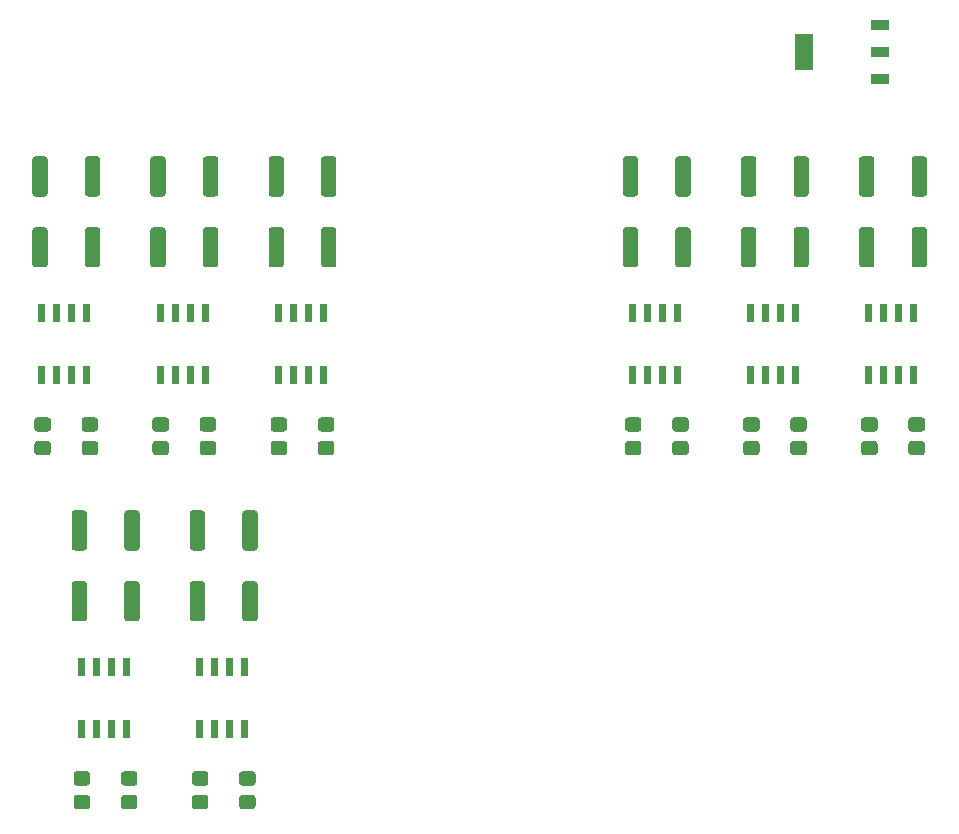
<source format=gbr>
%TF.GenerationSoftware,KiCad,Pcbnew,(5.1.10-1-10_14)*%
%TF.CreationDate,2021-10-18T16:54:11-04:00*%
%TF.ProjectId,ISAAC,49534141-432e-46b6-9963-61645f706362,rev?*%
%TF.SameCoordinates,Original*%
%TF.FileFunction,Paste,Top*%
%TF.FilePolarity,Positive*%
%FSLAX46Y46*%
G04 Gerber Fmt 4.6, Leading zero omitted, Abs format (unit mm)*
G04 Created by KiCad (PCBNEW (5.1.10-1-10_14)) date 2021-10-18 16:54:11*
%MOMM*%
%LPD*%
G01*
G04 APERTURE LIST*
%ADD10R,1.600200X3.098800*%
%ADD11R,1.600200X0.838200*%
G04 APERTURE END LIST*
D10*
%TO.C,U11*%
X142494000Y-61468000D03*
D11*
X148894800Y-59156600D03*
X148894800Y-61468000D03*
X148894800Y-63779400D03*
%TD*%
%TO.C,U10*%
G36*
G01*
X81499700Y-88031000D02*
X82007100Y-88031000D01*
G75*
G02*
X82048400Y-88072300I0J-41300D01*
G01*
X82048400Y-89569700D01*
G75*
G02*
X82007100Y-89611000I-41300J0D01*
G01*
X81499700Y-89611000D01*
G75*
G02*
X81458400Y-89569700I0J41300D01*
G01*
X81458400Y-88072300D01*
G75*
G02*
X81499700Y-88031000I41300J0D01*
G01*
G37*
G36*
G01*
X80229700Y-88031000D02*
X80737100Y-88031000D01*
G75*
G02*
X80778400Y-88072300I0J-41300D01*
G01*
X80778400Y-89569700D01*
G75*
G02*
X80737100Y-89611000I-41300J0D01*
G01*
X80229700Y-89611000D01*
G75*
G02*
X80188400Y-89569700I0J41300D01*
G01*
X80188400Y-88072300D01*
G75*
G02*
X80229700Y-88031000I41300J0D01*
G01*
G37*
G36*
G01*
X78959700Y-88031000D02*
X79467100Y-88031000D01*
G75*
G02*
X79508400Y-88072300I0J-41300D01*
G01*
X79508400Y-89569700D01*
G75*
G02*
X79467100Y-89611000I-41300J0D01*
G01*
X78959700Y-89611000D01*
G75*
G02*
X78918400Y-89569700I0J41300D01*
G01*
X78918400Y-88072300D01*
G75*
G02*
X78959700Y-88031000I41300J0D01*
G01*
G37*
G36*
G01*
X77689700Y-88031000D02*
X78197100Y-88031000D01*
G75*
G02*
X78238400Y-88072300I0J-41300D01*
G01*
X78238400Y-89569700D01*
G75*
G02*
X78197100Y-89611000I-41300J0D01*
G01*
X77689700Y-89611000D01*
G75*
G02*
X77648400Y-89569700I0J41300D01*
G01*
X77648400Y-88072300D01*
G75*
G02*
X77689700Y-88031000I41300J0D01*
G01*
G37*
G36*
G01*
X77689700Y-82781000D02*
X78197100Y-82781000D01*
G75*
G02*
X78238400Y-82822300I0J-41300D01*
G01*
X78238400Y-84319700D01*
G75*
G02*
X78197100Y-84361000I-41300J0D01*
G01*
X77689700Y-84361000D01*
G75*
G02*
X77648400Y-84319700I0J41300D01*
G01*
X77648400Y-82822300D01*
G75*
G02*
X77689700Y-82781000I41300J0D01*
G01*
G37*
G36*
G01*
X78959700Y-82781000D02*
X79467100Y-82781000D01*
G75*
G02*
X79508400Y-82822300I0J-41300D01*
G01*
X79508400Y-84319700D01*
G75*
G02*
X79467100Y-84361000I-41300J0D01*
G01*
X78959700Y-84361000D01*
G75*
G02*
X78918400Y-84319700I0J41300D01*
G01*
X78918400Y-82822300D01*
G75*
G02*
X78959700Y-82781000I41300J0D01*
G01*
G37*
G36*
G01*
X80229700Y-82781000D02*
X80737100Y-82781000D01*
G75*
G02*
X80778400Y-82822300I0J-41300D01*
G01*
X80778400Y-84319700D01*
G75*
G02*
X80737100Y-84361000I-41300J0D01*
G01*
X80229700Y-84361000D01*
G75*
G02*
X80188400Y-84319700I0J41300D01*
G01*
X80188400Y-82822300D01*
G75*
G02*
X80229700Y-82781000I41300J0D01*
G01*
G37*
G36*
G01*
X81499700Y-82781000D02*
X82007100Y-82781000D01*
G75*
G02*
X82048400Y-82822300I0J-41300D01*
G01*
X82048400Y-84319700D01*
G75*
G02*
X82007100Y-84361000I-41300J0D01*
G01*
X81499700Y-84361000D01*
G75*
G02*
X81458400Y-84319700I0J41300D01*
G01*
X81458400Y-82822300D01*
G75*
G02*
X81499700Y-82781000I41300J0D01*
G01*
G37*
%TD*%
%TO.C,U9*%
G36*
G01*
X91499700Y-88031000D02*
X92007100Y-88031000D01*
G75*
G02*
X92048400Y-88072300I0J-41300D01*
G01*
X92048400Y-89569700D01*
G75*
G02*
X92007100Y-89611000I-41300J0D01*
G01*
X91499700Y-89611000D01*
G75*
G02*
X91458400Y-89569700I0J41300D01*
G01*
X91458400Y-88072300D01*
G75*
G02*
X91499700Y-88031000I41300J0D01*
G01*
G37*
G36*
G01*
X90229700Y-88031000D02*
X90737100Y-88031000D01*
G75*
G02*
X90778400Y-88072300I0J-41300D01*
G01*
X90778400Y-89569700D01*
G75*
G02*
X90737100Y-89611000I-41300J0D01*
G01*
X90229700Y-89611000D01*
G75*
G02*
X90188400Y-89569700I0J41300D01*
G01*
X90188400Y-88072300D01*
G75*
G02*
X90229700Y-88031000I41300J0D01*
G01*
G37*
G36*
G01*
X88959700Y-88031000D02*
X89467100Y-88031000D01*
G75*
G02*
X89508400Y-88072300I0J-41300D01*
G01*
X89508400Y-89569700D01*
G75*
G02*
X89467100Y-89611000I-41300J0D01*
G01*
X88959700Y-89611000D01*
G75*
G02*
X88918400Y-89569700I0J41300D01*
G01*
X88918400Y-88072300D01*
G75*
G02*
X88959700Y-88031000I41300J0D01*
G01*
G37*
G36*
G01*
X87689700Y-88031000D02*
X88197100Y-88031000D01*
G75*
G02*
X88238400Y-88072300I0J-41300D01*
G01*
X88238400Y-89569700D01*
G75*
G02*
X88197100Y-89611000I-41300J0D01*
G01*
X87689700Y-89611000D01*
G75*
G02*
X87648400Y-89569700I0J41300D01*
G01*
X87648400Y-88072300D01*
G75*
G02*
X87689700Y-88031000I41300J0D01*
G01*
G37*
G36*
G01*
X87689700Y-82781000D02*
X88197100Y-82781000D01*
G75*
G02*
X88238400Y-82822300I0J-41300D01*
G01*
X88238400Y-84319700D01*
G75*
G02*
X88197100Y-84361000I-41300J0D01*
G01*
X87689700Y-84361000D01*
G75*
G02*
X87648400Y-84319700I0J41300D01*
G01*
X87648400Y-82822300D01*
G75*
G02*
X87689700Y-82781000I41300J0D01*
G01*
G37*
G36*
G01*
X88959700Y-82781000D02*
X89467100Y-82781000D01*
G75*
G02*
X89508400Y-82822300I0J-41300D01*
G01*
X89508400Y-84319700D01*
G75*
G02*
X89467100Y-84361000I-41300J0D01*
G01*
X88959700Y-84361000D01*
G75*
G02*
X88918400Y-84319700I0J41300D01*
G01*
X88918400Y-82822300D01*
G75*
G02*
X88959700Y-82781000I41300J0D01*
G01*
G37*
G36*
G01*
X90229700Y-82781000D02*
X90737100Y-82781000D01*
G75*
G02*
X90778400Y-82822300I0J-41300D01*
G01*
X90778400Y-84319700D01*
G75*
G02*
X90737100Y-84361000I-41300J0D01*
G01*
X90229700Y-84361000D01*
G75*
G02*
X90188400Y-84319700I0J41300D01*
G01*
X90188400Y-82822300D01*
G75*
G02*
X90229700Y-82781000I41300J0D01*
G01*
G37*
G36*
G01*
X91499700Y-82781000D02*
X92007100Y-82781000D01*
G75*
G02*
X92048400Y-82822300I0J-41300D01*
G01*
X92048400Y-84319700D01*
G75*
G02*
X92007100Y-84361000I-41300J0D01*
G01*
X91499700Y-84361000D01*
G75*
G02*
X91458400Y-84319700I0J41300D01*
G01*
X91458400Y-82822300D01*
G75*
G02*
X91499700Y-82781000I41300J0D01*
G01*
G37*
%TD*%
%TO.C,U8*%
G36*
G01*
X101499700Y-88031000D02*
X102007100Y-88031000D01*
G75*
G02*
X102048400Y-88072300I0J-41300D01*
G01*
X102048400Y-89569700D01*
G75*
G02*
X102007100Y-89611000I-41300J0D01*
G01*
X101499700Y-89611000D01*
G75*
G02*
X101458400Y-89569700I0J41300D01*
G01*
X101458400Y-88072300D01*
G75*
G02*
X101499700Y-88031000I41300J0D01*
G01*
G37*
G36*
G01*
X100229700Y-88031000D02*
X100737100Y-88031000D01*
G75*
G02*
X100778400Y-88072300I0J-41300D01*
G01*
X100778400Y-89569700D01*
G75*
G02*
X100737100Y-89611000I-41300J0D01*
G01*
X100229700Y-89611000D01*
G75*
G02*
X100188400Y-89569700I0J41300D01*
G01*
X100188400Y-88072300D01*
G75*
G02*
X100229700Y-88031000I41300J0D01*
G01*
G37*
G36*
G01*
X98959700Y-88031000D02*
X99467100Y-88031000D01*
G75*
G02*
X99508400Y-88072300I0J-41300D01*
G01*
X99508400Y-89569700D01*
G75*
G02*
X99467100Y-89611000I-41300J0D01*
G01*
X98959700Y-89611000D01*
G75*
G02*
X98918400Y-89569700I0J41300D01*
G01*
X98918400Y-88072300D01*
G75*
G02*
X98959700Y-88031000I41300J0D01*
G01*
G37*
G36*
G01*
X97689700Y-88031000D02*
X98197100Y-88031000D01*
G75*
G02*
X98238400Y-88072300I0J-41300D01*
G01*
X98238400Y-89569700D01*
G75*
G02*
X98197100Y-89611000I-41300J0D01*
G01*
X97689700Y-89611000D01*
G75*
G02*
X97648400Y-89569700I0J41300D01*
G01*
X97648400Y-88072300D01*
G75*
G02*
X97689700Y-88031000I41300J0D01*
G01*
G37*
G36*
G01*
X97689700Y-82781000D02*
X98197100Y-82781000D01*
G75*
G02*
X98238400Y-82822300I0J-41300D01*
G01*
X98238400Y-84319700D01*
G75*
G02*
X98197100Y-84361000I-41300J0D01*
G01*
X97689700Y-84361000D01*
G75*
G02*
X97648400Y-84319700I0J41300D01*
G01*
X97648400Y-82822300D01*
G75*
G02*
X97689700Y-82781000I41300J0D01*
G01*
G37*
G36*
G01*
X98959700Y-82781000D02*
X99467100Y-82781000D01*
G75*
G02*
X99508400Y-82822300I0J-41300D01*
G01*
X99508400Y-84319700D01*
G75*
G02*
X99467100Y-84361000I-41300J0D01*
G01*
X98959700Y-84361000D01*
G75*
G02*
X98918400Y-84319700I0J41300D01*
G01*
X98918400Y-82822300D01*
G75*
G02*
X98959700Y-82781000I41300J0D01*
G01*
G37*
G36*
G01*
X100229700Y-82781000D02*
X100737100Y-82781000D01*
G75*
G02*
X100778400Y-82822300I0J-41300D01*
G01*
X100778400Y-84319700D01*
G75*
G02*
X100737100Y-84361000I-41300J0D01*
G01*
X100229700Y-84361000D01*
G75*
G02*
X100188400Y-84319700I0J41300D01*
G01*
X100188400Y-82822300D01*
G75*
G02*
X100229700Y-82781000I41300J0D01*
G01*
G37*
G36*
G01*
X101499700Y-82781000D02*
X102007100Y-82781000D01*
G75*
G02*
X102048400Y-82822300I0J-41300D01*
G01*
X102048400Y-84319700D01*
G75*
G02*
X102007100Y-84361000I-41300J0D01*
G01*
X101499700Y-84361000D01*
G75*
G02*
X101458400Y-84319700I0J41300D01*
G01*
X101458400Y-82822300D01*
G75*
G02*
X101499700Y-82781000I41300J0D01*
G01*
G37*
%TD*%
%TO.C,U7*%
G36*
G01*
X84829700Y-118003000D02*
X85337100Y-118003000D01*
G75*
G02*
X85378400Y-118044300I0J-41300D01*
G01*
X85378400Y-119541700D01*
G75*
G02*
X85337100Y-119583000I-41300J0D01*
G01*
X84829700Y-119583000D01*
G75*
G02*
X84788400Y-119541700I0J41300D01*
G01*
X84788400Y-118044300D01*
G75*
G02*
X84829700Y-118003000I41300J0D01*
G01*
G37*
G36*
G01*
X83559700Y-118003000D02*
X84067100Y-118003000D01*
G75*
G02*
X84108400Y-118044300I0J-41300D01*
G01*
X84108400Y-119541700D01*
G75*
G02*
X84067100Y-119583000I-41300J0D01*
G01*
X83559700Y-119583000D01*
G75*
G02*
X83518400Y-119541700I0J41300D01*
G01*
X83518400Y-118044300D01*
G75*
G02*
X83559700Y-118003000I41300J0D01*
G01*
G37*
G36*
G01*
X82289700Y-118003000D02*
X82797100Y-118003000D01*
G75*
G02*
X82838400Y-118044300I0J-41300D01*
G01*
X82838400Y-119541700D01*
G75*
G02*
X82797100Y-119583000I-41300J0D01*
G01*
X82289700Y-119583000D01*
G75*
G02*
X82248400Y-119541700I0J41300D01*
G01*
X82248400Y-118044300D01*
G75*
G02*
X82289700Y-118003000I41300J0D01*
G01*
G37*
G36*
G01*
X81019700Y-118003000D02*
X81527100Y-118003000D01*
G75*
G02*
X81568400Y-118044300I0J-41300D01*
G01*
X81568400Y-119541700D01*
G75*
G02*
X81527100Y-119583000I-41300J0D01*
G01*
X81019700Y-119583000D01*
G75*
G02*
X80978400Y-119541700I0J41300D01*
G01*
X80978400Y-118044300D01*
G75*
G02*
X81019700Y-118003000I41300J0D01*
G01*
G37*
G36*
G01*
X81019700Y-112753000D02*
X81527100Y-112753000D01*
G75*
G02*
X81568400Y-112794300I0J-41300D01*
G01*
X81568400Y-114291700D01*
G75*
G02*
X81527100Y-114333000I-41300J0D01*
G01*
X81019700Y-114333000D01*
G75*
G02*
X80978400Y-114291700I0J41300D01*
G01*
X80978400Y-112794300D01*
G75*
G02*
X81019700Y-112753000I41300J0D01*
G01*
G37*
G36*
G01*
X82289700Y-112753000D02*
X82797100Y-112753000D01*
G75*
G02*
X82838400Y-112794300I0J-41300D01*
G01*
X82838400Y-114291700D01*
G75*
G02*
X82797100Y-114333000I-41300J0D01*
G01*
X82289700Y-114333000D01*
G75*
G02*
X82248400Y-114291700I0J41300D01*
G01*
X82248400Y-112794300D01*
G75*
G02*
X82289700Y-112753000I41300J0D01*
G01*
G37*
G36*
G01*
X83559700Y-112753000D02*
X84067100Y-112753000D01*
G75*
G02*
X84108400Y-112794300I0J-41300D01*
G01*
X84108400Y-114291700D01*
G75*
G02*
X84067100Y-114333000I-41300J0D01*
G01*
X83559700Y-114333000D01*
G75*
G02*
X83518400Y-114291700I0J41300D01*
G01*
X83518400Y-112794300D01*
G75*
G02*
X83559700Y-112753000I41300J0D01*
G01*
G37*
G36*
G01*
X84829700Y-112753000D02*
X85337100Y-112753000D01*
G75*
G02*
X85378400Y-112794300I0J-41300D01*
G01*
X85378400Y-114291700D01*
G75*
G02*
X85337100Y-114333000I-41300J0D01*
G01*
X84829700Y-114333000D01*
G75*
G02*
X84788400Y-114291700I0J41300D01*
G01*
X84788400Y-112794300D01*
G75*
G02*
X84829700Y-112753000I41300J0D01*
G01*
G37*
%TD*%
%TO.C,U5*%
G36*
G01*
X94829700Y-118003000D02*
X95337100Y-118003000D01*
G75*
G02*
X95378400Y-118044300I0J-41300D01*
G01*
X95378400Y-119541700D01*
G75*
G02*
X95337100Y-119583000I-41300J0D01*
G01*
X94829700Y-119583000D01*
G75*
G02*
X94788400Y-119541700I0J41300D01*
G01*
X94788400Y-118044300D01*
G75*
G02*
X94829700Y-118003000I41300J0D01*
G01*
G37*
G36*
G01*
X93559700Y-118003000D02*
X94067100Y-118003000D01*
G75*
G02*
X94108400Y-118044300I0J-41300D01*
G01*
X94108400Y-119541700D01*
G75*
G02*
X94067100Y-119583000I-41300J0D01*
G01*
X93559700Y-119583000D01*
G75*
G02*
X93518400Y-119541700I0J41300D01*
G01*
X93518400Y-118044300D01*
G75*
G02*
X93559700Y-118003000I41300J0D01*
G01*
G37*
G36*
G01*
X92289700Y-118003000D02*
X92797100Y-118003000D01*
G75*
G02*
X92838400Y-118044300I0J-41300D01*
G01*
X92838400Y-119541700D01*
G75*
G02*
X92797100Y-119583000I-41300J0D01*
G01*
X92289700Y-119583000D01*
G75*
G02*
X92248400Y-119541700I0J41300D01*
G01*
X92248400Y-118044300D01*
G75*
G02*
X92289700Y-118003000I41300J0D01*
G01*
G37*
G36*
G01*
X91019700Y-118003000D02*
X91527100Y-118003000D01*
G75*
G02*
X91568400Y-118044300I0J-41300D01*
G01*
X91568400Y-119541700D01*
G75*
G02*
X91527100Y-119583000I-41300J0D01*
G01*
X91019700Y-119583000D01*
G75*
G02*
X90978400Y-119541700I0J41300D01*
G01*
X90978400Y-118044300D01*
G75*
G02*
X91019700Y-118003000I41300J0D01*
G01*
G37*
G36*
G01*
X91019700Y-112753000D02*
X91527100Y-112753000D01*
G75*
G02*
X91568400Y-112794300I0J-41300D01*
G01*
X91568400Y-114291700D01*
G75*
G02*
X91527100Y-114333000I-41300J0D01*
G01*
X91019700Y-114333000D01*
G75*
G02*
X90978400Y-114291700I0J41300D01*
G01*
X90978400Y-112794300D01*
G75*
G02*
X91019700Y-112753000I41300J0D01*
G01*
G37*
G36*
G01*
X92289700Y-112753000D02*
X92797100Y-112753000D01*
G75*
G02*
X92838400Y-112794300I0J-41300D01*
G01*
X92838400Y-114291700D01*
G75*
G02*
X92797100Y-114333000I-41300J0D01*
G01*
X92289700Y-114333000D01*
G75*
G02*
X92248400Y-114291700I0J41300D01*
G01*
X92248400Y-112794300D01*
G75*
G02*
X92289700Y-112753000I41300J0D01*
G01*
G37*
G36*
G01*
X93559700Y-112753000D02*
X94067100Y-112753000D01*
G75*
G02*
X94108400Y-112794300I0J-41300D01*
G01*
X94108400Y-114291700D01*
G75*
G02*
X94067100Y-114333000I-41300J0D01*
G01*
X93559700Y-114333000D01*
G75*
G02*
X93518400Y-114291700I0J41300D01*
G01*
X93518400Y-112794300D01*
G75*
G02*
X93559700Y-112753000I41300J0D01*
G01*
G37*
G36*
G01*
X94829700Y-112753000D02*
X95337100Y-112753000D01*
G75*
G02*
X95378400Y-112794300I0J-41300D01*
G01*
X95378400Y-114291700D01*
G75*
G02*
X95337100Y-114333000I-41300J0D01*
G01*
X94829700Y-114333000D01*
G75*
G02*
X94788400Y-114291700I0J41300D01*
G01*
X94788400Y-112794300D01*
G75*
G02*
X94829700Y-112753000I41300J0D01*
G01*
G37*
%TD*%
%TO.C,U4*%
G36*
G01*
X131499700Y-88031000D02*
X132007100Y-88031000D01*
G75*
G02*
X132048400Y-88072300I0J-41300D01*
G01*
X132048400Y-89569700D01*
G75*
G02*
X132007100Y-89611000I-41300J0D01*
G01*
X131499700Y-89611000D01*
G75*
G02*
X131458400Y-89569700I0J41300D01*
G01*
X131458400Y-88072300D01*
G75*
G02*
X131499700Y-88031000I41300J0D01*
G01*
G37*
G36*
G01*
X130229700Y-88031000D02*
X130737100Y-88031000D01*
G75*
G02*
X130778400Y-88072300I0J-41300D01*
G01*
X130778400Y-89569700D01*
G75*
G02*
X130737100Y-89611000I-41300J0D01*
G01*
X130229700Y-89611000D01*
G75*
G02*
X130188400Y-89569700I0J41300D01*
G01*
X130188400Y-88072300D01*
G75*
G02*
X130229700Y-88031000I41300J0D01*
G01*
G37*
G36*
G01*
X128959700Y-88031000D02*
X129467100Y-88031000D01*
G75*
G02*
X129508400Y-88072300I0J-41300D01*
G01*
X129508400Y-89569700D01*
G75*
G02*
X129467100Y-89611000I-41300J0D01*
G01*
X128959700Y-89611000D01*
G75*
G02*
X128918400Y-89569700I0J41300D01*
G01*
X128918400Y-88072300D01*
G75*
G02*
X128959700Y-88031000I41300J0D01*
G01*
G37*
G36*
G01*
X127689700Y-88031000D02*
X128197100Y-88031000D01*
G75*
G02*
X128238400Y-88072300I0J-41300D01*
G01*
X128238400Y-89569700D01*
G75*
G02*
X128197100Y-89611000I-41300J0D01*
G01*
X127689700Y-89611000D01*
G75*
G02*
X127648400Y-89569700I0J41300D01*
G01*
X127648400Y-88072300D01*
G75*
G02*
X127689700Y-88031000I41300J0D01*
G01*
G37*
G36*
G01*
X127689700Y-82781000D02*
X128197100Y-82781000D01*
G75*
G02*
X128238400Y-82822300I0J-41300D01*
G01*
X128238400Y-84319700D01*
G75*
G02*
X128197100Y-84361000I-41300J0D01*
G01*
X127689700Y-84361000D01*
G75*
G02*
X127648400Y-84319700I0J41300D01*
G01*
X127648400Y-82822300D01*
G75*
G02*
X127689700Y-82781000I41300J0D01*
G01*
G37*
G36*
G01*
X128959700Y-82781000D02*
X129467100Y-82781000D01*
G75*
G02*
X129508400Y-82822300I0J-41300D01*
G01*
X129508400Y-84319700D01*
G75*
G02*
X129467100Y-84361000I-41300J0D01*
G01*
X128959700Y-84361000D01*
G75*
G02*
X128918400Y-84319700I0J41300D01*
G01*
X128918400Y-82822300D01*
G75*
G02*
X128959700Y-82781000I41300J0D01*
G01*
G37*
G36*
G01*
X130229700Y-82781000D02*
X130737100Y-82781000D01*
G75*
G02*
X130778400Y-82822300I0J-41300D01*
G01*
X130778400Y-84319700D01*
G75*
G02*
X130737100Y-84361000I-41300J0D01*
G01*
X130229700Y-84361000D01*
G75*
G02*
X130188400Y-84319700I0J41300D01*
G01*
X130188400Y-82822300D01*
G75*
G02*
X130229700Y-82781000I41300J0D01*
G01*
G37*
G36*
G01*
X131499700Y-82781000D02*
X132007100Y-82781000D01*
G75*
G02*
X132048400Y-82822300I0J-41300D01*
G01*
X132048400Y-84319700D01*
G75*
G02*
X132007100Y-84361000I-41300J0D01*
G01*
X131499700Y-84361000D01*
G75*
G02*
X131458400Y-84319700I0J41300D01*
G01*
X131458400Y-82822300D01*
G75*
G02*
X131499700Y-82781000I41300J0D01*
G01*
G37*
%TD*%
%TO.C,U3*%
G36*
G01*
X141499700Y-88031000D02*
X142007100Y-88031000D01*
G75*
G02*
X142048400Y-88072300I0J-41300D01*
G01*
X142048400Y-89569700D01*
G75*
G02*
X142007100Y-89611000I-41300J0D01*
G01*
X141499700Y-89611000D01*
G75*
G02*
X141458400Y-89569700I0J41300D01*
G01*
X141458400Y-88072300D01*
G75*
G02*
X141499700Y-88031000I41300J0D01*
G01*
G37*
G36*
G01*
X140229700Y-88031000D02*
X140737100Y-88031000D01*
G75*
G02*
X140778400Y-88072300I0J-41300D01*
G01*
X140778400Y-89569700D01*
G75*
G02*
X140737100Y-89611000I-41300J0D01*
G01*
X140229700Y-89611000D01*
G75*
G02*
X140188400Y-89569700I0J41300D01*
G01*
X140188400Y-88072300D01*
G75*
G02*
X140229700Y-88031000I41300J0D01*
G01*
G37*
G36*
G01*
X138959700Y-88031000D02*
X139467100Y-88031000D01*
G75*
G02*
X139508400Y-88072300I0J-41300D01*
G01*
X139508400Y-89569700D01*
G75*
G02*
X139467100Y-89611000I-41300J0D01*
G01*
X138959700Y-89611000D01*
G75*
G02*
X138918400Y-89569700I0J41300D01*
G01*
X138918400Y-88072300D01*
G75*
G02*
X138959700Y-88031000I41300J0D01*
G01*
G37*
G36*
G01*
X137689700Y-88031000D02*
X138197100Y-88031000D01*
G75*
G02*
X138238400Y-88072300I0J-41300D01*
G01*
X138238400Y-89569700D01*
G75*
G02*
X138197100Y-89611000I-41300J0D01*
G01*
X137689700Y-89611000D01*
G75*
G02*
X137648400Y-89569700I0J41300D01*
G01*
X137648400Y-88072300D01*
G75*
G02*
X137689700Y-88031000I41300J0D01*
G01*
G37*
G36*
G01*
X137689700Y-82781000D02*
X138197100Y-82781000D01*
G75*
G02*
X138238400Y-82822300I0J-41300D01*
G01*
X138238400Y-84319700D01*
G75*
G02*
X138197100Y-84361000I-41300J0D01*
G01*
X137689700Y-84361000D01*
G75*
G02*
X137648400Y-84319700I0J41300D01*
G01*
X137648400Y-82822300D01*
G75*
G02*
X137689700Y-82781000I41300J0D01*
G01*
G37*
G36*
G01*
X138959700Y-82781000D02*
X139467100Y-82781000D01*
G75*
G02*
X139508400Y-82822300I0J-41300D01*
G01*
X139508400Y-84319700D01*
G75*
G02*
X139467100Y-84361000I-41300J0D01*
G01*
X138959700Y-84361000D01*
G75*
G02*
X138918400Y-84319700I0J41300D01*
G01*
X138918400Y-82822300D01*
G75*
G02*
X138959700Y-82781000I41300J0D01*
G01*
G37*
G36*
G01*
X140229700Y-82781000D02*
X140737100Y-82781000D01*
G75*
G02*
X140778400Y-82822300I0J-41300D01*
G01*
X140778400Y-84319700D01*
G75*
G02*
X140737100Y-84361000I-41300J0D01*
G01*
X140229700Y-84361000D01*
G75*
G02*
X140188400Y-84319700I0J41300D01*
G01*
X140188400Y-82822300D01*
G75*
G02*
X140229700Y-82781000I41300J0D01*
G01*
G37*
G36*
G01*
X141499700Y-82781000D02*
X142007100Y-82781000D01*
G75*
G02*
X142048400Y-82822300I0J-41300D01*
G01*
X142048400Y-84319700D01*
G75*
G02*
X142007100Y-84361000I-41300J0D01*
G01*
X141499700Y-84361000D01*
G75*
G02*
X141458400Y-84319700I0J41300D01*
G01*
X141458400Y-82822300D01*
G75*
G02*
X141499700Y-82781000I41300J0D01*
G01*
G37*
%TD*%
%TO.C,U2*%
G36*
G01*
X151499700Y-88031000D02*
X152007100Y-88031000D01*
G75*
G02*
X152048400Y-88072300I0J-41300D01*
G01*
X152048400Y-89569700D01*
G75*
G02*
X152007100Y-89611000I-41300J0D01*
G01*
X151499700Y-89611000D01*
G75*
G02*
X151458400Y-89569700I0J41300D01*
G01*
X151458400Y-88072300D01*
G75*
G02*
X151499700Y-88031000I41300J0D01*
G01*
G37*
G36*
G01*
X150229700Y-88031000D02*
X150737100Y-88031000D01*
G75*
G02*
X150778400Y-88072300I0J-41300D01*
G01*
X150778400Y-89569700D01*
G75*
G02*
X150737100Y-89611000I-41300J0D01*
G01*
X150229700Y-89611000D01*
G75*
G02*
X150188400Y-89569700I0J41300D01*
G01*
X150188400Y-88072300D01*
G75*
G02*
X150229700Y-88031000I41300J0D01*
G01*
G37*
G36*
G01*
X148959700Y-88031000D02*
X149467100Y-88031000D01*
G75*
G02*
X149508400Y-88072300I0J-41300D01*
G01*
X149508400Y-89569700D01*
G75*
G02*
X149467100Y-89611000I-41300J0D01*
G01*
X148959700Y-89611000D01*
G75*
G02*
X148918400Y-89569700I0J41300D01*
G01*
X148918400Y-88072300D01*
G75*
G02*
X148959700Y-88031000I41300J0D01*
G01*
G37*
G36*
G01*
X147689700Y-88031000D02*
X148197100Y-88031000D01*
G75*
G02*
X148238400Y-88072300I0J-41300D01*
G01*
X148238400Y-89569700D01*
G75*
G02*
X148197100Y-89611000I-41300J0D01*
G01*
X147689700Y-89611000D01*
G75*
G02*
X147648400Y-89569700I0J41300D01*
G01*
X147648400Y-88072300D01*
G75*
G02*
X147689700Y-88031000I41300J0D01*
G01*
G37*
G36*
G01*
X147689700Y-82781000D02*
X148197100Y-82781000D01*
G75*
G02*
X148238400Y-82822300I0J-41300D01*
G01*
X148238400Y-84319700D01*
G75*
G02*
X148197100Y-84361000I-41300J0D01*
G01*
X147689700Y-84361000D01*
G75*
G02*
X147648400Y-84319700I0J41300D01*
G01*
X147648400Y-82822300D01*
G75*
G02*
X147689700Y-82781000I41300J0D01*
G01*
G37*
G36*
G01*
X148959700Y-82781000D02*
X149467100Y-82781000D01*
G75*
G02*
X149508400Y-82822300I0J-41300D01*
G01*
X149508400Y-84319700D01*
G75*
G02*
X149467100Y-84361000I-41300J0D01*
G01*
X148959700Y-84361000D01*
G75*
G02*
X148918400Y-84319700I0J41300D01*
G01*
X148918400Y-82822300D01*
G75*
G02*
X148959700Y-82781000I41300J0D01*
G01*
G37*
G36*
G01*
X150229700Y-82781000D02*
X150737100Y-82781000D01*
G75*
G02*
X150778400Y-82822300I0J-41300D01*
G01*
X150778400Y-84319700D01*
G75*
G02*
X150737100Y-84361000I-41300J0D01*
G01*
X150229700Y-84361000D01*
G75*
G02*
X150188400Y-84319700I0J41300D01*
G01*
X150188400Y-82822300D01*
G75*
G02*
X150229700Y-82781000I41300J0D01*
G01*
G37*
G36*
G01*
X151499700Y-82781000D02*
X152007100Y-82781000D01*
G75*
G02*
X152048400Y-82822300I0J-41300D01*
G01*
X152048400Y-84319700D01*
G75*
G02*
X152007100Y-84361000I-41300J0D01*
G01*
X151499700Y-84361000D01*
G75*
G02*
X151458400Y-84319700I0J41300D01*
G01*
X151458400Y-82822300D01*
G75*
G02*
X151499700Y-82781000I41300J0D01*
G01*
G37*
%TD*%
%TO.C,R16*%
G36*
G01*
X81549999Y-94400000D02*
X82450001Y-94400000D01*
G75*
G02*
X82700000Y-94649999I0J-249999D01*
G01*
X82700000Y-95350001D01*
G75*
G02*
X82450001Y-95600000I-249999J0D01*
G01*
X81549999Y-95600000D01*
G75*
G02*
X81300000Y-95350001I0J249999D01*
G01*
X81300000Y-94649999D01*
G75*
G02*
X81549999Y-94400000I249999J0D01*
G01*
G37*
G36*
G01*
X81549999Y-92400000D02*
X82450001Y-92400000D01*
G75*
G02*
X82700000Y-92649999I0J-249999D01*
G01*
X82700000Y-93350001D01*
G75*
G02*
X82450001Y-93600000I-249999J0D01*
G01*
X81549999Y-93600000D01*
G75*
G02*
X81300000Y-93350001I0J249999D01*
G01*
X81300000Y-92649999D01*
G75*
G02*
X81549999Y-92400000I249999J0D01*
G01*
G37*
%TD*%
%TO.C,R15*%
G36*
G01*
X77549999Y-94400000D02*
X78450001Y-94400000D01*
G75*
G02*
X78700000Y-94649999I0J-249999D01*
G01*
X78700000Y-95350001D01*
G75*
G02*
X78450001Y-95600000I-249999J0D01*
G01*
X77549999Y-95600000D01*
G75*
G02*
X77300000Y-95350001I0J249999D01*
G01*
X77300000Y-94649999D01*
G75*
G02*
X77549999Y-94400000I249999J0D01*
G01*
G37*
G36*
G01*
X77549999Y-92400000D02*
X78450001Y-92400000D01*
G75*
G02*
X78700000Y-92649999I0J-249999D01*
G01*
X78700000Y-93350001D01*
G75*
G02*
X78450001Y-93600000I-249999J0D01*
G01*
X77549999Y-93600000D01*
G75*
G02*
X77300000Y-93350001I0J249999D01*
G01*
X77300000Y-92649999D01*
G75*
G02*
X77549999Y-92400000I249999J0D01*
G01*
G37*
%TD*%
%TO.C,R14*%
G36*
G01*
X91549999Y-94400000D02*
X92450001Y-94400000D01*
G75*
G02*
X92700000Y-94649999I0J-249999D01*
G01*
X92700000Y-95350001D01*
G75*
G02*
X92450001Y-95600000I-249999J0D01*
G01*
X91549999Y-95600000D01*
G75*
G02*
X91300000Y-95350001I0J249999D01*
G01*
X91300000Y-94649999D01*
G75*
G02*
X91549999Y-94400000I249999J0D01*
G01*
G37*
G36*
G01*
X91549999Y-92400000D02*
X92450001Y-92400000D01*
G75*
G02*
X92700000Y-92649999I0J-249999D01*
G01*
X92700000Y-93350001D01*
G75*
G02*
X92450001Y-93600000I-249999J0D01*
G01*
X91549999Y-93600000D01*
G75*
G02*
X91300000Y-93350001I0J249999D01*
G01*
X91300000Y-92649999D01*
G75*
G02*
X91549999Y-92400000I249999J0D01*
G01*
G37*
%TD*%
%TO.C,R13*%
G36*
G01*
X87549999Y-94400000D02*
X88450001Y-94400000D01*
G75*
G02*
X88700000Y-94649999I0J-249999D01*
G01*
X88700000Y-95350001D01*
G75*
G02*
X88450001Y-95600000I-249999J0D01*
G01*
X87549999Y-95600000D01*
G75*
G02*
X87300000Y-95350001I0J249999D01*
G01*
X87300000Y-94649999D01*
G75*
G02*
X87549999Y-94400000I249999J0D01*
G01*
G37*
G36*
G01*
X87549999Y-92400000D02*
X88450001Y-92400000D01*
G75*
G02*
X88700000Y-92649999I0J-249999D01*
G01*
X88700000Y-93350001D01*
G75*
G02*
X88450001Y-93600000I-249999J0D01*
G01*
X87549999Y-93600000D01*
G75*
G02*
X87300000Y-93350001I0J249999D01*
G01*
X87300000Y-92649999D01*
G75*
G02*
X87549999Y-92400000I249999J0D01*
G01*
G37*
%TD*%
%TO.C,R12*%
G36*
G01*
X101549999Y-94400000D02*
X102450001Y-94400000D01*
G75*
G02*
X102700000Y-94649999I0J-249999D01*
G01*
X102700000Y-95350001D01*
G75*
G02*
X102450001Y-95600000I-249999J0D01*
G01*
X101549999Y-95600000D01*
G75*
G02*
X101300000Y-95350001I0J249999D01*
G01*
X101300000Y-94649999D01*
G75*
G02*
X101549999Y-94400000I249999J0D01*
G01*
G37*
G36*
G01*
X101549999Y-92400000D02*
X102450001Y-92400000D01*
G75*
G02*
X102700000Y-92649999I0J-249999D01*
G01*
X102700000Y-93350001D01*
G75*
G02*
X102450001Y-93600000I-249999J0D01*
G01*
X101549999Y-93600000D01*
G75*
G02*
X101300000Y-93350001I0J249999D01*
G01*
X101300000Y-92649999D01*
G75*
G02*
X101549999Y-92400000I249999J0D01*
G01*
G37*
%TD*%
%TO.C,R11*%
G36*
G01*
X97549999Y-94400000D02*
X98450001Y-94400000D01*
G75*
G02*
X98700000Y-94649999I0J-249999D01*
G01*
X98700000Y-95350001D01*
G75*
G02*
X98450001Y-95600000I-249999J0D01*
G01*
X97549999Y-95600000D01*
G75*
G02*
X97300000Y-95350001I0J249999D01*
G01*
X97300000Y-94649999D01*
G75*
G02*
X97549999Y-94400000I249999J0D01*
G01*
G37*
G36*
G01*
X97549999Y-92400000D02*
X98450001Y-92400000D01*
G75*
G02*
X98700000Y-92649999I0J-249999D01*
G01*
X98700000Y-93350001D01*
G75*
G02*
X98450001Y-93600000I-249999J0D01*
G01*
X97549999Y-93600000D01*
G75*
G02*
X97300000Y-93350001I0J249999D01*
G01*
X97300000Y-92649999D01*
G75*
G02*
X97549999Y-92400000I249999J0D01*
G01*
G37*
%TD*%
%TO.C,R10*%
G36*
G01*
X84879999Y-124372000D02*
X85780001Y-124372000D01*
G75*
G02*
X86030000Y-124621999I0J-249999D01*
G01*
X86030000Y-125322001D01*
G75*
G02*
X85780001Y-125572000I-249999J0D01*
G01*
X84879999Y-125572000D01*
G75*
G02*
X84630000Y-125322001I0J249999D01*
G01*
X84630000Y-124621999D01*
G75*
G02*
X84879999Y-124372000I249999J0D01*
G01*
G37*
G36*
G01*
X84879999Y-122372000D02*
X85780001Y-122372000D01*
G75*
G02*
X86030000Y-122621999I0J-249999D01*
G01*
X86030000Y-123322001D01*
G75*
G02*
X85780001Y-123572000I-249999J0D01*
G01*
X84879999Y-123572000D01*
G75*
G02*
X84630000Y-123322001I0J249999D01*
G01*
X84630000Y-122621999D01*
G75*
G02*
X84879999Y-122372000I249999J0D01*
G01*
G37*
%TD*%
%TO.C,R9*%
G36*
G01*
X80879999Y-124372000D02*
X81780001Y-124372000D01*
G75*
G02*
X82030000Y-124621999I0J-249999D01*
G01*
X82030000Y-125322001D01*
G75*
G02*
X81780001Y-125572000I-249999J0D01*
G01*
X80879999Y-125572000D01*
G75*
G02*
X80630000Y-125322001I0J249999D01*
G01*
X80630000Y-124621999D01*
G75*
G02*
X80879999Y-124372000I249999J0D01*
G01*
G37*
G36*
G01*
X80879999Y-122372000D02*
X81780001Y-122372000D01*
G75*
G02*
X82030000Y-122621999I0J-249999D01*
G01*
X82030000Y-123322001D01*
G75*
G02*
X81780001Y-123572000I-249999J0D01*
G01*
X80879999Y-123572000D01*
G75*
G02*
X80630000Y-123322001I0J249999D01*
G01*
X80630000Y-122621999D01*
G75*
G02*
X80879999Y-122372000I249999J0D01*
G01*
G37*
%TD*%
%TO.C,R8*%
G36*
G01*
X94879999Y-124372000D02*
X95780001Y-124372000D01*
G75*
G02*
X96030000Y-124621999I0J-249999D01*
G01*
X96030000Y-125322001D01*
G75*
G02*
X95780001Y-125572000I-249999J0D01*
G01*
X94879999Y-125572000D01*
G75*
G02*
X94630000Y-125322001I0J249999D01*
G01*
X94630000Y-124621999D01*
G75*
G02*
X94879999Y-124372000I249999J0D01*
G01*
G37*
G36*
G01*
X94879999Y-122372000D02*
X95780001Y-122372000D01*
G75*
G02*
X96030000Y-122621999I0J-249999D01*
G01*
X96030000Y-123322001D01*
G75*
G02*
X95780001Y-123572000I-249999J0D01*
G01*
X94879999Y-123572000D01*
G75*
G02*
X94630000Y-123322001I0J249999D01*
G01*
X94630000Y-122621999D01*
G75*
G02*
X94879999Y-122372000I249999J0D01*
G01*
G37*
%TD*%
%TO.C,R7*%
G36*
G01*
X90879999Y-124372000D02*
X91780001Y-124372000D01*
G75*
G02*
X92030000Y-124621999I0J-249999D01*
G01*
X92030000Y-125322001D01*
G75*
G02*
X91780001Y-125572000I-249999J0D01*
G01*
X90879999Y-125572000D01*
G75*
G02*
X90630000Y-125322001I0J249999D01*
G01*
X90630000Y-124621999D01*
G75*
G02*
X90879999Y-124372000I249999J0D01*
G01*
G37*
G36*
G01*
X90879999Y-122372000D02*
X91780001Y-122372000D01*
G75*
G02*
X92030000Y-122621999I0J-249999D01*
G01*
X92030000Y-123322001D01*
G75*
G02*
X91780001Y-123572000I-249999J0D01*
G01*
X90879999Y-123572000D01*
G75*
G02*
X90630000Y-123322001I0J249999D01*
G01*
X90630000Y-122621999D01*
G75*
G02*
X90879999Y-122372000I249999J0D01*
G01*
G37*
%TD*%
%TO.C,R6*%
G36*
G01*
X131549999Y-94400000D02*
X132450001Y-94400000D01*
G75*
G02*
X132700000Y-94649999I0J-249999D01*
G01*
X132700000Y-95350001D01*
G75*
G02*
X132450001Y-95600000I-249999J0D01*
G01*
X131549999Y-95600000D01*
G75*
G02*
X131300000Y-95350001I0J249999D01*
G01*
X131300000Y-94649999D01*
G75*
G02*
X131549999Y-94400000I249999J0D01*
G01*
G37*
G36*
G01*
X131549999Y-92400000D02*
X132450001Y-92400000D01*
G75*
G02*
X132700000Y-92649999I0J-249999D01*
G01*
X132700000Y-93350001D01*
G75*
G02*
X132450001Y-93600000I-249999J0D01*
G01*
X131549999Y-93600000D01*
G75*
G02*
X131300000Y-93350001I0J249999D01*
G01*
X131300000Y-92649999D01*
G75*
G02*
X131549999Y-92400000I249999J0D01*
G01*
G37*
%TD*%
%TO.C,R5*%
G36*
G01*
X127549999Y-94400000D02*
X128450001Y-94400000D01*
G75*
G02*
X128700000Y-94649999I0J-249999D01*
G01*
X128700000Y-95350001D01*
G75*
G02*
X128450001Y-95600000I-249999J0D01*
G01*
X127549999Y-95600000D01*
G75*
G02*
X127300000Y-95350001I0J249999D01*
G01*
X127300000Y-94649999D01*
G75*
G02*
X127549999Y-94400000I249999J0D01*
G01*
G37*
G36*
G01*
X127549999Y-92400000D02*
X128450001Y-92400000D01*
G75*
G02*
X128700000Y-92649999I0J-249999D01*
G01*
X128700000Y-93350001D01*
G75*
G02*
X128450001Y-93600000I-249999J0D01*
G01*
X127549999Y-93600000D01*
G75*
G02*
X127300000Y-93350001I0J249999D01*
G01*
X127300000Y-92649999D01*
G75*
G02*
X127549999Y-92400000I249999J0D01*
G01*
G37*
%TD*%
%TO.C,R4*%
G36*
G01*
X141549999Y-94400000D02*
X142450001Y-94400000D01*
G75*
G02*
X142700000Y-94649999I0J-249999D01*
G01*
X142700000Y-95350001D01*
G75*
G02*
X142450001Y-95600000I-249999J0D01*
G01*
X141549999Y-95600000D01*
G75*
G02*
X141300000Y-95350001I0J249999D01*
G01*
X141300000Y-94649999D01*
G75*
G02*
X141549999Y-94400000I249999J0D01*
G01*
G37*
G36*
G01*
X141549999Y-92400000D02*
X142450001Y-92400000D01*
G75*
G02*
X142700000Y-92649999I0J-249999D01*
G01*
X142700000Y-93350001D01*
G75*
G02*
X142450001Y-93600000I-249999J0D01*
G01*
X141549999Y-93600000D01*
G75*
G02*
X141300000Y-93350001I0J249999D01*
G01*
X141300000Y-92649999D01*
G75*
G02*
X141549999Y-92400000I249999J0D01*
G01*
G37*
%TD*%
%TO.C,R3*%
G36*
G01*
X137549999Y-94400000D02*
X138450001Y-94400000D01*
G75*
G02*
X138700000Y-94649999I0J-249999D01*
G01*
X138700000Y-95350001D01*
G75*
G02*
X138450001Y-95600000I-249999J0D01*
G01*
X137549999Y-95600000D01*
G75*
G02*
X137300000Y-95350001I0J249999D01*
G01*
X137300000Y-94649999D01*
G75*
G02*
X137549999Y-94400000I249999J0D01*
G01*
G37*
G36*
G01*
X137549999Y-92400000D02*
X138450001Y-92400000D01*
G75*
G02*
X138700000Y-92649999I0J-249999D01*
G01*
X138700000Y-93350001D01*
G75*
G02*
X138450001Y-93600000I-249999J0D01*
G01*
X137549999Y-93600000D01*
G75*
G02*
X137300000Y-93350001I0J249999D01*
G01*
X137300000Y-92649999D01*
G75*
G02*
X137549999Y-92400000I249999J0D01*
G01*
G37*
%TD*%
%TO.C,R2*%
G36*
G01*
X151549999Y-94400000D02*
X152450001Y-94400000D01*
G75*
G02*
X152700000Y-94649999I0J-249999D01*
G01*
X152700000Y-95350001D01*
G75*
G02*
X152450001Y-95600000I-249999J0D01*
G01*
X151549999Y-95600000D01*
G75*
G02*
X151300000Y-95350001I0J249999D01*
G01*
X151300000Y-94649999D01*
G75*
G02*
X151549999Y-94400000I249999J0D01*
G01*
G37*
G36*
G01*
X151549999Y-92400000D02*
X152450001Y-92400000D01*
G75*
G02*
X152700000Y-92649999I0J-249999D01*
G01*
X152700000Y-93350001D01*
G75*
G02*
X152450001Y-93600000I-249999J0D01*
G01*
X151549999Y-93600000D01*
G75*
G02*
X151300000Y-93350001I0J249999D01*
G01*
X151300000Y-92649999D01*
G75*
G02*
X151549999Y-92400000I249999J0D01*
G01*
G37*
%TD*%
%TO.C,R1*%
G36*
G01*
X147549999Y-94400000D02*
X148450001Y-94400000D01*
G75*
G02*
X148700000Y-94649999I0J-249999D01*
G01*
X148700000Y-95350001D01*
G75*
G02*
X148450001Y-95600000I-249999J0D01*
G01*
X147549999Y-95600000D01*
G75*
G02*
X147300000Y-95350001I0J249999D01*
G01*
X147300000Y-94649999D01*
G75*
G02*
X147549999Y-94400000I249999J0D01*
G01*
G37*
G36*
G01*
X147549999Y-92400000D02*
X148450001Y-92400000D01*
G75*
G02*
X148700000Y-92649999I0J-249999D01*
G01*
X148700000Y-93350001D01*
G75*
G02*
X148450001Y-93600000I-249999J0D01*
G01*
X147549999Y-93600000D01*
G75*
G02*
X147300000Y-93350001I0J249999D01*
G01*
X147300000Y-92649999D01*
G75*
G02*
X147549999Y-92400000I249999J0D01*
G01*
G37*
%TD*%
%TO.C,D16*%
G36*
G01*
X78425000Y-70550000D02*
X78425000Y-73450000D01*
G75*
G02*
X78175000Y-73700000I-250000J0D01*
G01*
X77375000Y-73700000D01*
G75*
G02*
X77125000Y-73450000I0J250000D01*
G01*
X77125000Y-70550000D01*
G75*
G02*
X77375000Y-70300000I250000J0D01*
G01*
X78175000Y-70300000D01*
G75*
G02*
X78425000Y-70550000I0J-250000D01*
G01*
G37*
G36*
G01*
X82875000Y-70550000D02*
X82875000Y-73450000D01*
G75*
G02*
X82625000Y-73700000I-250000J0D01*
G01*
X81825000Y-73700000D01*
G75*
G02*
X81575000Y-73450000I0J250000D01*
G01*
X81575000Y-70550000D01*
G75*
G02*
X81825000Y-70300000I250000J0D01*
G01*
X82625000Y-70300000D01*
G75*
G02*
X82875000Y-70550000I0J-250000D01*
G01*
G37*
%TD*%
%TO.C,D15*%
G36*
G01*
X78425000Y-76550000D02*
X78425000Y-79450000D01*
G75*
G02*
X78175000Y-79700000I-250000J0D01*
G01*
X77375000Y-79700000D01*
G75*
G02*
X77125000Y-79450000I0J250000D01*
G01*
X77125000Y-76550000D01*
G75*
G02*
X77375000Y-76300000I250000J0D01*
G01*
X78175000Y-76300000D01*
G75*
G02*
X78425000Y-76550000I0J-250000D01*
G01*
G37*
G36*
G01*
X82875000Y-76550000D02*
X82875000Y-79450000D01*
G75*
G02*
X82625000Y-79700000I-250000J0D01*
G01*
X81825000Y-79700000D01*
G75*
G02*
X81575000Y-79450000I0J250000D01*
G01*
X81575000Y-76550000D01*
G75*
G02*
X81825000Y-76300000I250000J0D01*
G01*
X82625000Y-76300000D01*
G75*
G02*
X82875000Y-76550000I0J-250000D01*
G01*
G37*
%TD*%
%TO.C,D14*%
G36*
G01*
X88425000Y-70550000D02*
X88425000Y-73450000D01*
G75*
G02*
X88175000Y-73700000I-250000J0D01*
G01*
X87375000Y-73700000D01*
G75*
G02*
X87125000Y-73450000I0J250000D01*
G01*
X87125000Y-70550000D01*
G75*
G02*
X87375000Y-70300000I250000J0D01*
G01*
X88175000Y-70300000D01*
G75*
G02*
X88425000Y-70550000I0J-250000D01*
G01*
G37*
G36*
G01*
X92875000Y-70550000D02*
X92875000Y-73450000D01*
G75*
G02*
X92625000Y-73700000I-250000J0D01*
G01*
X91825000Y-73700000D01*
G75*
G02*
X91575000Y-73450000I0J250000D01*
G01*
X91575000Y-70550000D01*
G75*
G02*
X91825000Y-70300000I250000J0D01*
G01*
X92625000Y-70300000D01*
G75*
G02*
X92875000Y-70550000I0J-250000D01*
G01*
G37*
%TD*%
%TO.C,D13*%
G36*
G01*
X88425000Y-76550000D02*
X88425000Y-79450000D01*
G75*
G02*
X88175000Y-79700000I-250000J0D01*
G01*
X87375000Y-79700000D01*
G75*
G02*
X87125000Y-79450000I0J250000D01*
G01*
X87125000Y-76550000D01*
G75*
G02*
X87375000Y-76300000I250000J0D01*
G01*
X88175000Y-76300000D01*
G75*
G02*
X88425000Y-76550000I0J-250000D01*
G01*
G37*
G36*
G01*
X92875000Y-76550000D02*
X92875000Y-79450000D01*
G75*
G02*
X92625000Y-79700000I-250000J0D01*
G01*
X91825000Y-79700000D01*
G75*
G02*
X91575000Y-79450000I0J250000D01*
G01*
X91575000Y-76550000D01*
G75*
G02*
X91825000Y-76300000I250000J0D01*
G01*
X92625000Y-76300000D01*
G75*
G02*
X92875000Y-76550000I0J-250000D01*
G01*
G37*
%TD*%
%TO.C,D12*%
G36*
G01*
X98425000Y-70550000D02*
X98425000Y-73450000D01*
G75*
G02*
X98175000Y-73700000I-250000J0D01*
G01*
X97375000Y-73700000D01*
G75*
G02*
X97125000Y-73450000I0J250000D01*
G01*
X97125000Y-70550000D01*
G75*
G02*
X97375000Y-70300000I250000J0D01*
G01*
X98175000Y-70300000D01*
G75*
G02*
X98425000Y-70550000I0J-250000D01*
G01*
G37*
G36*
G01*
X102875000Y-70550000D02*
X102875000Y-73450000D01*
G75*
G02*
X102625000Y-73700000I-250000J0D01*
G01*
X101825000Y-73700000D01*
G75*
G02*
X101575000Y-73450000I0J250000D01*
G01*
X101575000Y-70550000D01*
G75*
G02*
X101825000Y-70300000I250000J0D01*
G01*
X102625000Y-70300000D01*
G75*
G02*
X102875000Y-70550000I0J-250000D01*
G01*
G37*
%TD*%
%TO.C,D11*%
G36*
G01*
X98425000Y-76550000D02*
X98425000Y-79450000D01*
G75*
G02*
X98175000Y-79700000I-250000J0D01*
G01*
X97375000Y-79700000D01*
G75*
G02*
X97125000Y-79450000I0J250000D01*
G01*
X97125000Y-76550000D01*
G75*
G02*
X97375000Y-76300000I250000J0D01*
G01*
X98175000Y-76300000D01*
G75*
G02*
X98425000Y-76550000I0J-250000D01*
G01*
G37*
G36*
G01*
X102875000Y-76550000D02*
X102875000Y-79450000D01*
G75*
G02*
X102625000Y-79700000I-250000J0D01*
G01*
X101825000Y-79700000D01*
G75*
G02*
X101575000Y-79450000I0J250000D01*
G01*
X101575000Y-76550000D01*
G75*
G02*
X101825000Y-76300000I250000J0D01*
G01*
X102625000Y-76300000D01*
G75*
G02*
X102875000Y-76550000I0J-250000D01*
G01*
G37*
%TD*%
%TO.C,D10*%
G36*
G01*
X81755000Y-100522000D02*
X81755000Y-103422000D01*
G75*
G02*
X81505000Y-103672000I-250000J0D01*
G01*
X80705000Y-103672000D01*
G75*
G02*
X80455000Y-103422000I0J250000D01*
G01*
X80455000Y-100522000D01*
G75*
G02*
X80705000Y-100272000I250000J0D01*
G01*
X81505000Y-100272000D01*
G75*
G02*
X81755000Y-100522000I0J-250000D01*
G01*
G37*
G36*
G01*
X86205000Y-100522000D02*
X86205000Y-103422000D01*
G75*
G02*
X85955000Y-103672000I-250000J0D01*
G01*
X85155000Y-103672000D01*
G75*
G02*
X84905000Y-103422000I0J250000D01*
G01*
X84905000Y-100522000D01*
G75*
G02*
X85155000Y-100272000I250000J0D01*
G01*
X85955000Y-100272000D01*
G75*
G02*
X86205000Y-100522000I0J-250000D01*
G01*
G37*
%TD*%
%TO.C,D9*%
G36*
G01*
X81755000Y-106522000D02*
X81755000Y-109422000D01*
G75*
G02*
X81505000Y-109672000I-250000J0D01*
G01*
X80705000Y-109672000D01*
G75*
G02*
X80455000Y-109422000I0J250000D01*
G01*
X80455000Y-106522000D01*
G75*
G02*
X80705000Y-106272000I250000J0D01*
G01*
X81505000Y-106272000D01*
G75*
G02*
X81755000Y-106522000I0J-250000D01*
G01*
G37*
G36*
G01*
X86205000Y-106522000D02*
X86205000Y-109422000D01*
G75*
G02*
X85955000Y-109672000I-250000J0D01*
G01*
X85155000Y-109672000D01*
G75*
G02*
X84905000Y-109422000I0J250000D01*
G01*
X84905000Y-106522000D01*
G75*
G02*
X85155000Y-106272000I250000J0D01*
G01*
X85955000Y-106272000D01*
G75*
G02*
X86205000Y-106522000I0J-250000D01*
G01*
G37*
%TD*%
%TO.C,D8*%
G36*
G01*
X91755000Y-100522000D02*
X91755000Y-103422000D01*
G75*
G02*
X91505000Y-103672000I-250000J0D01*
G01*
X90705000Y-103672000D01*
G75*
G02*
X90455000Y-103422000I0J250000D01*
G01*
X90455000Y-100522000D01*
G75*
G02*
X90705000Y-100272000I250000J0D01*
G01*
X91505000Y-100272000D01*
G75*
G02*
X91755000Y-100522000I0J-250000D01*
G01*
G37*
G36*
G01*
X96205000Y-100522000D02*
X96205000Y-103422000D01*
G75*
G02*
X95955000Y-103672000I-250000J0D01*
G01*
X95155000Y-103672000D01*
G75*
G02*
X94905000Y-103422000I0J250000D01*
G01*
X94905000Y-100522000D01*
G75*
G02*
X95155000Y-100272000I250000J0D01*
G01*
X95955000Y-100272000D01*
G75*
G02*
X96205000Y-100522000I0J-250000D01*
G01*
G37*
%TD*%
%TO.C,D7*%
G36*
G01*
X91755000Y-106522000D02*
X91755000Y-109422000D01*
G75*
G02*
X91505000Y-109672000I-250000J0D01*
G01*
X90705000Y-109672000D01*
G75*
G02*
X90455000Y-109422000I0J250000D01*
G01*
X90455000Y-106522000D01*
G75*
G02*
X90705000Y-106272000I250000J0D01*
G01*
X91505000Y-106272000D01*
G75*
G02*
X91755000Y-106522000I0J-250000D01*
G01*
G37*
G36*
G01*
X96205000Y-106522000D02*
X96205000Y-109422000D01*
G75*
G02*
X95955000Y-109672000I-250000J0D01*
G01*
X95155000Y-109672000D01*
G75*
G02*
X94905000Y-109422000I0J250000D01*
G01*
X94905000Y-106522000D01*
G75*
G02*
X95155000Y-106272000I250000J0D01*
G01*
X95955000Y-106272000D01*
G75*
G02*
X96205000Y-106522000I0J-250000D01*
G01*
G37*
%TD*%
%TO.C,D6*%
G36*
G01*
X128425000Y-70550000D02*
X128425000Y-73450000D01*
G75*
G02*
X128175000Y-73700000I-250000J0D01*
G01*
X127375000Y-73700000D01*
G75*
G02*
X127125000Y-73450000I0J250000D01*
G01*
X127125000Y-70550000D01*
G75*
G02*
X127375000Y-70300000I250000J0D01*
G01*
X128175000Y-70300000D01*
G75*
G02*
X128425000Y-70550000I0J-250000D01*
G01*
G37*
G36*
G01*
X132875000Y-70550000D02*
X132875000Y-73450000D01*
G75*
G02*
X132625000Y-73700000I-250000J0D01*
G01*
X131825000Y-73700000D01*
G75*
G02*
X131575000Y-73450000I0J250000D01*
G01*
X131575000Y-70550000D01*
G75*
G02*
X131825000Y-70300000I250000J0D01*
G01*
X132625000Y-70300000D01*
G75*
G02*
X132875000Y-70550000I0J-250000D01*
G01*
G37*
%TD*%
%TO.C,D5*%
G36*
G01*
X128425000Y-76550000D02*
X128425000Y-79450000D01*
G75*
G02*
X128175000Y-79700000I-250000J0D01*
G01*
X127375000Y-79700000D01*
G75*
G02*
X127125000Y-79450000I0J250000D01*
G01*
X127125000Y-76550000D01*
G75*
G02*
X127375000Y-76300000I250000J0D01*
G01*
X128175000Y-76300000D01*
G75*
G02*
X128425000Y-76550000I0J-250000D01*
G01*
G37*
G36*
G01*
X132875000Y-76550000D02*
X132875000Y-79450000D01*
G75*
G02*
X132625000Y-79700000I-250000J0D01*
G01*
X131825000Y-79700000D01*
G75*
G02*
X131575000Y-79450000I0J250000D01*
G01*
X131575000Y-76550000D01*
G75*
G02*
X131825000Y-76300000I250000J0D01*
G01*
X132625000Y-76300000D01*
G75*
G02*
X132875000Y-76550000I0J-250000D01*
G01*
G37*
%TD*%
%TO.C,D4*%
G36*
G01*
X138425000Y-70550000D02*
X138425000Y-73450000D01*
G75*
G02*
X138175000Y-73700000I-250000J0D01*
G01*
X137375000Y-73700000D01*
G75*
G02*
X137125000Y-73450000I0J250000D01*
G01*
X137125000Y-70550000D01*
G75*
G02*
X137375000Y-70300000I250000J0D01*
G01*
X138175000Y-70300000D01*
G75*
G02*
X138425000Y-70550000I0J-250000D01*
G01*
G37*
G36*
G01*
X142875000Y-70550000D02*
X142875000Y-73450000D01*
G75*
G02*
X142625000Y-73700000I-250000J0D01*
G01*
X141825000Y-73700000D01*
G75*
G02*
X141575000Y-73450000I0J250000D01*
G01*
X141575000Y-70550000D01*
G75*
G02*
X141825000Y-70300000I250000J0D01*
G01*
X142625000Y-70300000D01*
G75*
G02*
X142875000Y-70550000I0J-250000D01*
G01*
G37*
%TD*%
%TO.C,D3*%
G36*
G01*
X138425000Y-76550000D02*
X138425000Y-79450000D01*
G75*
G02*
X138175000Y-79700000I-250000J0D01*
G01*
X137375000Y-79700000D01*
G75*
G02*
X137125000Y-79450000I0J250000D01*
G01*
X137125000Y-76550000D01*
G75*
G02*
X137375000Y-76300000I250000J0D01*
G01*
X138175000Y-76300000D01*
G75*
G02*
X138425000Y-76550000I0J-250000D01*
G01*
G37*
G36*
G01*
X142875000Y-76550000D02*
X142875000Y-79450000D01*
G75*
G02*
X142625000Y-79700000I-250000J0D01*
G01*
X141825000Y-79700000D01*
G75*
G02*
X141575000Y-79450000I0J250000D01*
G01*
X141575000Y-76550000D01*
G75*
G02*
X141825000Y-76300000I250000J0D01*
G01*
X142625000Y-76300000D01*
G75*
G02*
X142875000Y-76550000I0J-250000D01*
G01*
G37*
%TD*%
%TO.C,D2*%
G36*
G01*
X148425000Y-70550000D02*
X148425000Y-73450000D01*
G75*
G02*
X148175000Y-73700000I-250000J0D01*
G01*
X147375000Y-73700000D01*
G75*
G02*
X147125000Y-73450000I0J250000D01*
G01*
X147125000Y-70550000D01*
G75*
G02*
X147375000Y-70300000I250000J0D01*
G01*
X148175000Y-70300000D01*
G75*
G02*
X148425000Y-70550000I0J-250000D01*
G01*
G37*
G36*
G01*
X152875000Y-70550000D02*
X152875000Y-73450000D01*
G75*
G02*
X152625000Y-73700000I-250000J0D01*
G01*
X151825000Y-73700000D01*
G75*
G02*
X151575000Y-73450000I0J250000D01*
G01*
X151575000Y-70550000D01*
G75*
G02*
X151825000Y-70300000I250000J0D01*
G01*
X152625000Y-70300000D01*
G75*
G02*
X152875000Y-70550000I0J-250000D01*
G01*
G37*
%TD*%
%TO.C,D1*%
G36*
G01*
X148425000Y-76550000D02*
X148425000Y-79450000D01*
G75*
G02*
X148175000Y-79700000I-250000J0D01*
G01*
X147375000Y-79700000D01*
G75*
G02*
X147125000Y-79450000I0J250000D01*
G01*
X147125000Y-76550000D01*
G75*
G02*
X147375000Y-76300000I250000J0D01*
G01*
X148175000Y-76300000D01*
G75*
G02*
X148425000Y-76550000I0J-250000D01*
G01*
G37*
G36*
G01*
X152875000Y-76550000D02*
X152875000Y-79450000D01*
G75*
G02*
X152625000Y-79700000I-250000J0D01*
G01*
X151825000Y-79700000D01*
G75*
G02*
X151575000Y-79450000I0J250000D01*
G01*
X151575000Y-76550000D01*
G75*
G02*
X151825000Y-76300000I250000J0D01*
G01*
X152625000Y-76300000D01*
G75*
G02*
X152875000Y-76550000I0J-250000D01*
G01*
G37*
%TD*%
M02*

</source>
